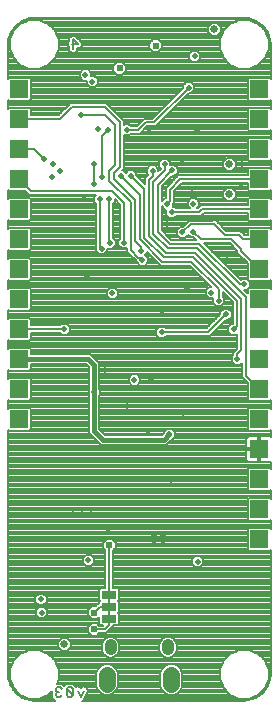
<source format=gbl>
G75*
%MOIN*%
%OFA0B0*%
%FSLAX25Y25*%
%IPPOS*%
%LPD*%
%AMOC8*
5,1,8,0,0,1.08239X$1,22.5*
%
%ADD10C,0.00800*%
%ADD11C,0.02500*%
%ADD12C,0.05512*%
%ADD13C,0.03937*%
%ADD14R,0.06000X0.06000*%
%ADD15R,0.05000X0.02500*%
%ADD16R,0.01000X0.01600*%
%ADD17C,0.02000*%
%ADD18C,0.02378*%
%ADD19C,0.00700*%
%ADD20C,0.01600*%
D10*
X0156838Y0082159D02*
X0159457Y0081308D01*
X0160833Y0081200D01*
X0167827Y0081200D01*
X0167166Y0081862D01*
X0166632Y0082395D01*
X0166632Y0083473D01*
X0166632Y0084006D01*
X0166632Y0084006D01*
X0166632Y0084343D01*
X0165422Y0083133D01*
X0165422Y0083133D01*
X0162445Y0081900D01*
X0159222Y0081900D01*
X0156245Y0083133D01*
X0156245Y0083133D01*
X0153966Y0085412D01*
X0153966Y0085412D01*
X0152733Y0088389D01*
X0152733Y0091611D01*
X0153966Y0094588D01*
X0153966Y0094588D01*
X0156245Y0096867D01*
X0156245Y0096867D01*
X0159222Y0098100D01*
X0162445Y0098100D01*
X0165422Y0096867D01*
X0165422Y0096867D01*
X0167700Y0094588D01*
X0168933Y0091611D01*
X0168933Y0091611D01*
X0168933Y0088389D01*
X0168318Y0086903D01*
X0170072Y0086903D01*
X0170833Y0086141D01*
X0170841Y0086133D01*
X0171077Y0086369D01*
X0171077Y0086369D01*
X0171610Y0086903D01*
X0173755Y0086903D01*
X0174516Y0086141D01*
X0174879Y0085779D01*
X0175198Y0085939D01*
X0176220Y0085598D01*
X0176366Y0085307D01*
X0176511Y0085598D01*
X0177533Y0085939D01*
X0178496Y0085457D01*
X0178837Y0084435D01*
X0177570Y0081901D01*
X0177429Y0081478D01*
X0177335Y0081431D01*
X0177288Y0081337D01*
X0176877Y0081200D01*
X0230833Y0081200D01*
X0232210Y0081308D01*
X0234828Y0082159D01*
X0237056Y0083777D01*
X0238674Y0086005D01*
X0239525Y0088623D01*
X0239633Y0090000D01*
X0239633Y0131527D01*
X0239206Y0131100D01*
X0232461Y0131100D01*
X0231933Y0131627D01*
X0231933Y0138373D01*
X0232461Y0138900D01*
X0239206Y0138900D01*
X0239633Y0138473D01*
X0239633Y0141527D01*
X0239206Y0141100D01*
X0232461Y0141100D01*
X0231933Y0141627D01*
X0231933Y0148373D01*
X0232461Y0148900D01*
X0239206Y0148900D01*
X0239633Y0148473D01*
X0239633Y0151527D01*
X0239206Y0151100D01*
X0232461Y0151100D01*
X0231933Y0151627D01*
X0231933Y0158373D01*
X0232461Y0158900D01*
X0239206Y0158900D01*
X0239633Y0158473D01*
X0239633Y0160845D01*
X0239374Y0160695D01*
X0239018Y0160600D01*
X0236233Y0160600D01*
X0236233Y0164600D01*
X0235433Y0164600D01*
X0231433Y0164600D01*
X0231433Y0161816D01*
X0231529Y0161460D01*
X0231713Y0161140D01*
X0231974Y0160880D01*
X0232293Y0160695D01*
X0232649Y0160600D01*
X0235433Y0160600D01*
X0235433Y0164600D01*
X0235433Y0165400D01*
X0231433Y0165400D01*
X0231433Y0168184D01*
X0231529Y0168540D01*
X0231713Y0168860D01*
X0231974Y0169120D01*
X0232293Y0169305D01*
X0232649Y0169400D01*
X0235433Y0169400D01*
X0235433Y0165400D01*
X0236233Y0165400D01*
X0236233Y0169400D01*
X0239018Y0169400D01*
X0239374Y0169305D01*
X0239633Y0169155D01*
X0239633Y0171527D01*
X0239206Y0171100D01*
X0232461Y0171100D01*
X0231933Y0171627D01*
X0231933Y0178373D01*
X0232461Y0178900D01*
X0239206Y0178900D01*
X0239633Y0178473D01*
X0239633Y0181527D01*
X0239206Y0181100D01*
X0232461Y0181100D01*
X0231933Y0181627D01*
X0231933Y0187062D01*
X0230033Y0188962D01*
X0230033Y0193813D01*
X0229320Y0193100D01*
X0227746Y0193100D01*
X0226633Y0194213D01*
X0226633Y0195787D01*
X0227233Y0196387D01*
X0227233Y0197238D01*
X0227995Y0198000D01*
X0227995Y0198000D01*
X0228533Y0198538D01*
X0228533Y0203513D01*
X0228120Y0203100D01*
X0226546Y0203100D01*
X0225433Y0204213D01*
X0225433Y0205787D01*
X0226546Y0206900D01*
X0227033Y0206900D01*
X0227033Y0213966D01*
X0223633Y0217366D01*
X0223633Y0215887D01*
X0224233Y0215287D01*
X0224233Y0213713D01*
X0223120Y0212600D01*
X0221546Y0212600D01*
X0220433Y0213713D01*
X0220433Y0215287D01*
X0220496Y0215350D01*
X0219071Y0215350D01*
X0217958Y0216463D01*
X0217958Y0218037D01*
X0219071Y0219150D01*
X0219728Y0219150D01*
X0212678Y0226200D01*
X0202957Y0226200D01*
X0202195Y0226962D01*
X0198438Y0230719D01*
X0198438Y0230418D01*
X0197823Y0229802D01*
X0198733Y0228892D01*
X0198733Y0227318D01*
X0197620Y0226205D01*
X0196046Y0226205D01*
X0194933Y0227318D01*
X0194933Y0227718D01*
X0192495Y0230157D01*
X0192495Y0230157D01*
X0191733Y0230918D01*
X0191733Y0232155D01*
X0191520Y0231942D01*
X0189946Y0231942D01*
X0188833Y0233055D01*
X0188833Y0234629D01*
X0189433Y0235229D01*
X0189433Y0246561D01*
X0187696Y0248298D01*
X0187696Y0247497D01*
X0187096Y0246897D01*
X0187096Y0235414D01*
X0187981Y0234529D01*
X0187981Y0232955D01*
X0186868Y0231842D01*
X0185294Y0231842D01*
X0185233Y0231902D01*
X0185233Y0231086D01*
X0184120Y0229973D01*
X0182546Y0229973D01*
X0181433Y0231086D01*
X0181433Y0231935D01*
X0181396Y0231972D01*
X0181396Y0246897D01*
X0180796Y0247497D01*
X0180796Y0249071D01*
X0181509Y0249784D01*
X0159211Y0249784D01*
X0157895Y0251100D01*
X0152461Y0251100D01*
X0152033Y0251527D01*
X0152033Y0248473D01*
X0152461Y0248900D01*
X0159206Y0248900D01*
X0159733Y0248373D01*
X0159733Y0241627D01*
X0159206Y0241100D01*
X0152461Y0241100D01*
X0152033Y0241527D01*
X0152033Y0238473D01*
X0152461Y0238900D01*
X0159206Y0238900D01*
X0159733Y0238373D01*
X0159733Y0231627D01*
X0159206Y0231100D01*
X0152461Y0231100D01*
X0152033Y0231527D01*
X0152033Y0228473D01*
X0152461Y0228900D01*
X0159206Y0228900D01*
X0159733Y0228373D01*
X0159733Y0221627D01*
X0159206Y0221100D01*
X0152461Y0221100D01*
X0152033Y0221527D01*
X0152033Y0218473D01*
X0152461Y0218900D01*
X0159206Y0218900D01*
X0159733Y0218373D01*
X0159733Y0211627D01*
X0159206Y0211100D01*
X0152461Y0211100D01*
X0152033Y0211527D01*
X0152033Y0208473D01*
X0152461Y0208900D01*
X0159206Y0208900D01*
X0159733Y0208373D01*
X0159733Y0206300D01*
X0169446Y0206300D01*
X0170046Y0206900D01*
X0171620Y0206900D01*
X0172733Y0205787D01*
X0172733Y0204213D01*
X0171620Y0203100D01*
X0170046Y0203100D01*
X0169446Y0203700D01*
X0159733Y0203700D01*
X0159733Y0201627D01*
X0159206Y0201100D01*
X0152461Y0201100D01*
X0152033Y0201527D01*
X0152033Y0198473D01*
X0152461Y0198900D01*
X0159206Y0198900D01*
X0159733Y0198373D01*
X0159733Y0196700D01*
X0179537Y0196700D01*
X0181537Y0194700D01*
X0182533Y0193704D01*
X0182533Y0184987D01*
X0182733Y0184787D01*
X0182733Y0183213D01*
X0182533Y0183013D01*
X0182533Y0171704D01*
X0184337Y0169900D01*
X0203329Y0169900D01*
X0203933Y0170504D01*
X0203933Y0170787D01*
X0205046Y0171900D01*
X0206620Y0171900D01*
X0207733Y0170787D01*
X0207733Y0169213D01*
X0206620Y0168100D01*
X0206337Y0168100D01*
X0205733Y0167496D01*
X0205733Y0167496D01*
X0204737Y0166500D01*
X0182929Y0166500D01*
X0179133Y0170296D01*
X0179133Y0183013D01*
X0178933Y0183213D01*
X0178933Y0184787D01*
X0179133Y0184987D01*
X0179133Y0192296D01*
X0178129Y0193300D01*
X0159733Y0193300D01*
X0159733Y0191627D01*
X0159206Y0191100D01*
X0152461Y0191100D01*
X0152033Y0191527D01*
X0152033Y0188473D01*
X0152461Y0188900D01*
X0159206Y0188900D01*
X0159733Y0188373D01*
X0159733Y0181627D01*
X0159206Y0181100D01*
X0152461Y0181100D01*
X0152033Y0181527D01*
X0152033Y0178473D01*
X0152461Y0178900D01*
X0159206Y0178900D01*
X0159733Y0178373D01*
X0159733Y0171627D01*
X0159206Y0171100D01*
X0152461Y0171100D01*
X0152033Y0171527D01*
X0152033Y0090000D01*
X0152142Y0088623D01*
X0152992Y0086005D01*
X0154611Y0083777D01*
X0156838Y0082159D01*
X0156513Y0082396D02*
X0158026Y0082396D01*
X0158568Y0081597D02*
X0167430Y0081597D01*
X0166632Y0082396D02*
X0163641Y0082396D01*
X0165482Y0083194D02*
X0166632Y0083194D01*
X0166632Y0083993D02*
X0166281Y0083993D01*
X0167932Y0083468D02*
X0167932Y0082934D01*
X0168466Y0082400D01*
X0169533Y0082400D01*
X0170067Y0082934D01*
X0168999Y0084001D02*
X0168466Y0084001D01*
X0167932Y0083468D01*
X0168466Y0084001D02*
X0167932Y0084535D01*
X0167932Y0085069D01*
X0168466Y0085603D01*
X0169533Y0085603D01*
X0170067Y0085069D01*
X0170586Y0086388D02*
X0171096Y0086388D01*
X0172149Y0085603D02*
X0171615Y0085069D01*
X0173750Y0082934D01*
X0173216Y0082400D01*
X0172149Y0082400D01*
X0171615Y0082934D01*
X0171615Y0085069D01*
X0172149Y0085603D02*
X0173216Y0085603D01*
X0173750Y0085069D01*
X0173750Y0082934D01*
X0175298Y0084535D02*
X0176366Y0082400D01*
X0177433Y0084535D01*
X0178615Y0083993D02*
X0182825Y0083993D01*
X0183009Y0083808D02*
X0184352Y0083252D01*
X0185807Y0083252D01*
X0187151Y0083808D01*
X0188179Y0084837D01*
X0188736Y0086181D01*
X0188736Y0090391D01*
X0188179Y0091735D01*
X0187151Y0092763D01*
X0185807Y0093320D01*
X0184352Y0093320D01*
X0183009Y0092763D01*
X0181980Y0091735D01*
X0181424Y0090391D01*
X0181424Y0086181D01*
X0181980Y0084837D01*
X0183009Y0083808D01*
X0182026Y0084791D02*
X0178718Y0084791D01*
X0178231Y0085590D02*
X0181669Y0085590D01*
X0181424Y0086388D02*
X0174270Y0086388D01*
X0176224Y0085590D02*
X0176507Y0085590D01*
X0178216Y0083194D02*
X0226184Y0083194D01*
X0226245Y0083133D02*
X0226245Y0083133D01*
X0229222Y0081900D01*
X0231165Y0081900D01*
X0232445Y0081900D01*
X0235422Y0083133D01*
X0237700Y0085412D01*
X0238933Y0088389D01*
X0238933Y0091611D01*
X0237700Y0094588D01*
X0237700Y0094588D01*
X0235422Y0096867D01*
X0235422Y0096867D01*
X0232445Y0098100D01*
X0229222Y0098100D01*
X0226245Y0096867D01*
X0223966Y0094588D01*
X0222733Y0091611D01*
X0222733Y0088389D01*
X0223966Y0085412D01*
X0223966Y0085412D01*
X0226245Y0083133D01*
X0225386Y0083993D02*
X0208831Y0083993D01*
X0208647Y0083808D02*
X0209675Y0084837D01*
X0210232Y0086181D01*
X0210232Y0090391D01*
X0209675Y0091735D01*
X0208647Y0092763D01*
X0207303Y0093320D01*
X0205849Y0093320D01*
X0204505Y0092763D01*
X0203476Y0091735D01*
X0202920Y0090391D01*
X0202920Y0086181D01*
X0203476Y0084837D01*
X0204505Y0083808D01*
X0205849Y0083252D01*
X0207303Y0083252D01*
X0208647Y0083808D01*
X0209629Y0084791D02*
X0224587Y0084791D01*
X0223893Y0085590D02*
X0209987Y0085590D01*
X0210232Y0086388D02*
X0223562Y0086388D01*
X0223231Y0087187D02*
X0210232Y0087187D01*
X0210232Y0087985D02*
X0222901Y0087985D01*
X0222733Y0088784D02*
X0210232Y0088784D01*
X0210232Y0089582D02*
X0222733Y0089582D01*
X0222733Y0090381D02*
X0210232Y0090381D01*
X0209905Y0091179D02*
X0222733Y0091179D01*
X0222885Y0091978D02*
X0209432Y0091978D01*
X0208615Y0092776D02*
X0223216Y0092776D01*
X0223547Y0093575D02*
X0168120Y0093575D01*
X0167789Y0094373D02*
X0223877Y0094373D01*
X0223966Y0094588D02*
X0223966Y0094588D01*
X0224550Y0095172D02*
X0167117Y0095172D01*
X0166318Y0095970D02*
X0184702Y0095970D01*
X0184642Y0095995D02*
X0185696Y0095559D01*
X0186837Y0095559D01*
X0187891Y0095995D01*
X0188698Y0096802D01*
X0189135Y0097857D01*
X0189135Y0100179D01*
X0188698Y0101233D01*
X0187891Y0102040D01*
X0186837Y0102477D01*
X0185696Y0102477D01*
X0184642Y0102040D01*
X0183835Y0101233D01*
X0183398Y0100179D01*
X0183398Y0097857D01*
X0183835Y0096802D01*
X0184642Y0095995D01*
X0183868Y0096769D02*
X0165520Y0096769D01*
X0163731Y0097567D02*
X0183518Y0097567D01*
X0183398Y0098366D02*
X0172240Y0098366D01*
X0171724Y0097850D02*
X0172983Y0099109D01*
X0172983Y0100891D01*
X0171724Y0102150D01*
X0169943Y0102150D01*
X0168683Y0100891D01*
X0168683Y0099109D01*
X0169943Y0097850D01*
X0171724Y0097850D01*
X0172983Y0099164D02*
X0183398Y0099164D01*
X0183398Y0099963D02*
X0172983Y0099963D01*
X0172983Y0100761D02*
X0183639Y0100761D01*
X0184161Y0101560D02*
X0172314Y0101560D01*
X0169353Y0101560D02*
X0152033Y0101560D01*
X0152033Y0102358D02*
X0185410Y0102358D01*
X0184851Y0103750D02*
X0187083Y0105982D01*
X0187083Y0106350D01*
X0188706Y0106350D01*
X0189233Y0106877D01*
X0189233Y0110123D01*
X0188856Y0110500D01*
X0189233Y0110877D01*
X0189233Y0114123D01*
X0188856Y0114500D01*
X0189233Y0114877D01*
X0189233Y0118123D01*
X0188706Y0118650D01*
X0187083Y0118650D01*
X0187083Y0131296D01*
X0187922Y0132135D01*
X0187922Y0133865D01*
X0186699Y0135089D01*
X0184968Y0135089D01*
X0183744Y0133865D01*
X0183744Y0132135D01*
X0184583Y0131296D01*
X0184583Y0118650D01*
X0182961Y0118650D01*
X0182433Y0118123D01*
X0182433Y0114877D01*
X0182811Y0114500D01*
X0182433Y0114123D01*
X0182433Y0113750D01*
X0182316Y0113750D01*
X0181155Y0112589D01*
X0179968Y0112589D01*
X0178744Y0111365D01*
X0178744Y0109635D01*
X0179968Y0108411D01*
X0181699Y0108411D01*
X0182433Y0109146D01*
X0182433Y0106877D01*
X0182961Y0106350D01*
X0183916Y0106350D01*
X0183816Y0106250D01*
X0182538Y0106250D01*
X0181699Y0107089D01*
X0179968Y0107089D01*
X0178744Y0105865D01*
X0178744Y0104135D01*
X0179968Y0102911D01*
X0181699Y0102911D01*
X0182538Y0103750D01*
X0184851Y0103750D01*
X0185056Y0103955D02*
X0239633Y0103955D01*
X0239633Y0103157D02*
X0181944Y0103157D01*
X0179722Y0103157D02*
X0152033Y0103157D01*
X0152033Y0103955D02*
X0178924Y0103955D01*
X0178744Y0104754D02*
X0152033Y0104754D01*
X0152033Y0105552D02*
X0178744Y0105552D01*
X0179230Y0106351D02*
X0152033Y0106351D01*
X0152033Y0107149D02*
X0182433Y0107149D01*
X0182437Y0106351D02*
X0182960Y0106351D01*
X0182433Y0107948D02*
X0152033Y0107948D01*
X0152033Y0108746D02*
X0162400Y0108746D01*
X0162546Y0108600D02*
X0164120Y0108600D01*
X0165233Y0109713D01*
X0165233Y0111287D01*
X0164120Y0112400D01*
X0162546Y0112400D01*
X0161433Y0111287D01*
X0161433Y0109713D01*
X0162546Y0108600D01*
X0161601Y0109545D02*
X0152033Y0109545D01*
X0152033Y0110343D02*
X0161433Y0110343D01*
X0161433Y0111142D02*
X0152033Y0111142D01*
X0152033Y0111940D02*
X0162087Y0111940D01*
X0162346Y0113100D02*
X0163920Y0113100D01*
X0165033Y0114213D01*
X0165033Y0115787D01*
X0163920Y0116900D01*
X0162346Y0116900D01*
X0161233Y0115787D01*
X0161233Y0114213D01*
X0162346Y0113100D01*
X0161909Y0113537D02*
X0152033Y0113537D01*
X0152033Y0112739D02*
X0181305Y0112739D01*
X0182103Y0113537D02*
X0164358Y0113537D01*
X0165033Y0114336D02*
X0182647Y0114336D01*
X0182433Y0115134D02*
X0165033Y0115134D01*
X0164887Y0115933D02*
X0182433Y0115933D01*
X0182433Y0116732D02*
X0164089Y0116732D01*
X0162178Y0116732D02*
X0152033Y0116732D01*
X0152033Y0117530D02*
X0182433Y0117530D01*
X0182639Y0118329D02*
X0152033Y0118329D01*
X0152033Y0119127D02*
X0184583Y0119127D01*
X0184583Y0119926D02*
X0152033Y0119926D01*
X0152033Y0120724D02*
X0184583Y0120724D01*
X0184583Y0121523D02*
X0152033Y0121523D01*
X0152033Y0122321D02*
X0184583Y0122321D01*
X0184583Y0123120D02*
X0152033Y0123120D01*
X0152033Y0123918D02*
X0184583Y0123918D01*
X0184583Y0124717D02*
X0152033Y0124717D01*
X0152033Y0125515D02*
X0184583Y0125515D01*
X0184583Y0126314D02*
X0179834Y0126314D01*
X0179620Y0126100D02*
X0180733Y0127213D01*
X0180733Y0128787D01*
X0179620Y0129900D01*
X0178046Y0129900D01*
X0176933Y0128787D01*
X0176933Y0127213D01*
X0178046Y0126100D01*
X0179620Y0126100D01*
X0180632Y0127112D02*
X0184583Y0127112D01*
X0184583Y0127911D02*
X0180733Y0127911D01*
X0180733Y0128709D02*
X0184583Y0128709D01*
X0184583Y0129508D02*
X0180013Y0129508D01*
X0177654Y0129508D02*
X0152033Y0129508D01*
X0152033Y0130306D02*
X0184583Y0130306D01*
X0184583Y0131105D02*
X0152033Y0131105D01*
X0152033Y0131903D02*
X0183976Y0131903D01*
X0183744Y0132702D02*
X0152033Y0132702D01*
X0152033Y0133500D02*
X0183744Y0133500D01*
X0184178Y0134299D02*
X0152033Y0134299D01*
X0152033Y0135097D02*
X0231933Y0135097D01*
X0231933Y0134299D02*
X0187489Y0134299D01*
X0187922Y0133500D02*
X0231933Y0133500D01*
X0231933Y0132702D02*
X0187922Y0132702D01*
X0187691Y0131903D02*
X0231933Y0131903D01*
X0232456Y0131105D02*
X0187083Y0131105D01*
X0187083Y0130306D02*
X0239633Y0130306D01*
X0239633Y0129508D02*
X0187083Y0129508D01*
X0187083Y0128709D02*
X0213856Y0128709D01*
X0213433Y0128287D02*
X0213433Y0126713D01*
X0214546Y0125600D01*
X0216120Y0125600D01*
X0217233Y0126713D01*
X0217233Y0128287D01*
X0216120Y0129400D01*
X0214546Y0129400D01*
X0213433Y0128287D01*
X0213433Y0127911D02*
X0187083Y0127911D01*
X0187083Y0127112D02*
X0213433Y0127112D01*
X0213833Y0126314D02*
X0187083Y0126314D01*
X0187083Y0125515D02*
X0239633Y0125515D01*
X0239633Y0124717D02*
X0187083Y0124717D01*
X0187083Y0123918D02*
X0239633Y0123918D01*
X0239633Y0123120D02*
X0187083Y0123120D01*
X0187083Y0122321D02*
X0239633Y0122321D01*
X0239633Y0121523D02*
X0187083Y0121523D01*
X0187083Y0120724D02*
X0239633Y0120724D01*
X0239633Y0119926D02*
X0187083Y0119926D01*
X0187083Y0119127D02*
X0239633Y0119127D01*
X0239633Y0118329D02*
X0189028Y0118329D01*
X0189233Y0117530D02*
X0239633Y0117530D01*
X0239633Y0116732D02*
X0189233Y0116732D01*
X0189233Y0115933D02*
X0239633Y0115933D01*
X0239633Y0115134D02*
X0189233Y0115134D01*
X0189020Y0114336D02*
X0239633Y0114336D01*
X0239633Y0113537D02*
X0189233Y0113537D01*
X0189233Y0112739D02*
X0239633Y0112739D01*
X0239633Y0111940D02*
X0189233Y0111940D01*
X0189233Y0111142D02*
X0239633Y0111142D01*
X0239633Y0110343D02*
X0189013Y0110343D01*
X0189233Y0109545D02*
X0239633Y0109545D01*
X0239633Y0108746D02*
X0189233Y0108746D01*
X0189233Y0107948D02*
X0239633Y0107948D01*
X0239633Y0107149D02*
X0189233Y0107149D01*
X0188707Y0106351D02*
X0239633Y0106351D01*
X0239633Y0105552D02*
X0186653Y0105552D01*
X0185855Y0104754D02*
X0239633Y0104754D01*
X0239633Y0102358D02*
X0206257Y0102358D01*
X0205971Y0102477D02*
X0207025Y0102040D01*
X0207832Y0101233D01*
X0208269Y0100179D01*
X0208269Y0097857D01*
X0207832Y0096802D01*
X0207025Y0095995D01*
X0205971Y0095559D01*
X0204830Y0095559D01*
X0203775Y0095995D01*
X0202968Y0096802D01*
X0202532Y0097857D01*
X0202532Y0100179D01*
X0202968Y0101233D01*
X0203775Y0102040D01*
X0204830Y0102477D01*
X0205971Y0102477D01*
X0204544Y0102358D02*
X0187123Y0102358D01*
X0188372Y0101560D02*
X0203295Y0101560D01*
X0202773Y0100761D02*
X0188894Y0100761D01*
X0189135Y0099963D02*
X0202532Y0099963D01*
X0202532Y0099164D02*
X0189135Y0099164D01*
X0189135Y0098366D02*
X0202532Y0098366D01*
X0202652Y0097567D02*
X0189015Y0097567D01*
X0188665Y0096769D02*
X0203002Y0096769D01*
X0203836Y0095970D02*
X0187831Y0095970D01*
X0187119Y0092776D02*
X0204537Y0092776D01*
X0203720Y0091978D02*
X0187936Y0091978D01*
X0188409Y0091179D02*
X0203246Y0091179D01*
X0202920Y0090381D02*
X0188736Y0090381D01*
X0188736Y0089582D02*
X0202920Y0089582D01*
X0202920Y0088784D02*
X0188736Y0088784D01*
X0188736Y0087985D02*
X0202920Y0087985D01*
X0202920Y0087187D02*
X0188736Y0087187D01*
X0188736Y0086388D02*
X0202920Y0086388D01*
X0203165Y0085590D02*
X0188491Y0085590D01*
X0188133Y0084791D02*
X0203522Y0084791D01*
X0204321Y0083993D02*
X0187335Y0083993D01*
X0181424Y0087187D02*
X0168435Y0087187D01*
X0168766Y0087985D02*
X0181424Y0087985D01*
X0181424Y0088784D02*
X0168933Y0088784D01*
X0168933Y0089582D02*
X0181424Y0089582D01*
X0181424Y0090381D02*
X0168933Y0090381D01*
X0168933Y0091179D02*
X0181750Y0091179D01*
X0182223Y0091978D02*
X0168782Y0091978D01*
X0168451Y0092776D02*
X0183041Y0092776D01*
X0169427Y0098366D02*
X0152033Y0098366D01*
X0152033Y0099164D02*
X0168683Y0099164D01*
X0168683Y0099963D02*
X0152033Y0099963D01*
X0152033Y0100761D02*
X0168683Y0100761D01*
X0157936Y0097567D02*
X0152033Y0097567D01*
X0152033Y0096769D02*
X0156147Y0096769D01*
X0155348Y0095970D02*
X0152033Y0095970D01*
X0152033Y0095172D02*
X0154550Y0095172D01*
X0153877Y0094373D02*
X0152033Y0094373D01*
X0152033Y0093575D02*
X0153547Y0093575D01*
X0153216Y0092776D02*
X0152033Y0092776D01*
X0152033Y0091978D02*
X0152885Y0091978D01*
X0152733Y0091179D02*
X0152033Y0091179D01*
X0152033Y0090381D02*
X0152733Y0090381D01*
X0152733Y0089582D02*
X0152066Y0089582D01*
X0152129Y0088784D02*
X0152733Y0088784D01*
X0152901Y0087985D02*
X0152349Y0087985D01*
X0152609Y0087187D02*
X0153231Y0087187D01*
X0153562Y0086388D02*
X0152868Y0086388D01*
X0153294Y0085590D02*
X0153893Y0085590D01*
X0153874Y0084791D02*
X0154587Y0084791D01*
X0154455Y0083993D02*
X0155386Y0083993D01*
X0155414Y0083194D02*
X0156184Y0083194D01*
X0177468Y0081597D02*
X0233098Y0081597D01*
X0232445Y0081900D02*
X0232445Y0081900D01*
X0233641Y0082396D02*
X0235154Y0082396D01*
X0235422Y0083133D02*
X0235422Y0083133D01*
X0235483Y0083194D02*
X0236253Y0083194D01*
X0236281Y0083993D02*
X0237212Y0083993D01*
X0237080Y0084791D02*
X0237792Y0084791D01*
X0237700Y0085412D02*
X0237700Y0085412D01*
X0237774Y0085590D02*
X0238372Y0085590D01*
X0238105Y0086388D02*
X0238799Y0086388D01*
X0239058Y0087187D02*
X0238435Y0087187D01*
X0238766Y0087985D02*
X0239318Y0087985D01*
X0239538Y0088784D02*
X0238933Y0088784D01*
X0238933Y0089582D02*
X0239600Y0089582D01*
X0239633Y0090381D02*
X0238933Y0090381D01*
X0238933Y0091179D02*
X0239633Y0091179D01*
X0239633Y0091978D02*
X0238782Y0091978D01*
X0238451Y0092776D02*
X0239633Y0092776D01*
X0239633Y0093575D02*
X0238120Y0093575D01*
X0237789Y0094373D02*
X0239633Y0094373D01*
X0239633Y0095172D02*
X0237117Y0095172D01*
X0236318Y0095970D02*
X0239633Y0095970D01*
X0239633Y0096769D02*
X0235520Y0096769D01*
X0233731Y0097567D02*
X0239633Y0097567D01*
X0239633Y0098366D02*
X0208269Y0098366D01*
X0208269Y0099164D02*
X0239633Y0099164D01*
X0239633Y0099963D02*
X0208269Y0099963D01*
X0208027Y0100761D02*
X0239633Y0100761D01*
X0239633Y0101560D02*
X0207505Y0101560D01*
X0208149Y0097567D02*
X0227936Y0097567D01*
X0226245Y0096867D02*
X0226245Y0096867D01*
X0226147Y0096769D02*
X0207798Y0096769D01*
X0206964Y0095970D02*
X0225348Y0095970D01*
X0228026Y0082396D02*
X0177817Y0082396D01*
X0179633Y0108746D02*
X0164267Y0108746D01*
X0165065Y0109545D02*
X0178834Y0109545D01*
X0178744Y0110343D02*
X0165233Y0110343D01*
X0165233Y0111142D02*
X0178744Y0111142D01*
X0179320Y0111940D02*
X0164580Y0111940D01*
X0161233Y0114336D02*
X0152033Y0114336D01*
X0152033Y0115134D02*
X0161233Y0115134D01*
X0161379Y0115933D02*
X0152033Y0115933D01*
X0152033Y0126314D02*
X0177833Y0126314D01*
X0177034Y0127112D02*
X0152033Y0127112D01*
X0152033Y0127911D02*
X0176933Y0127911D01*
X0176933Y0128709D02*
X0152033Y0128709D01*
X0152033Y0135896D02*
X0231933Y0135896D01*
X0231933Y0136694D02*
X0152033Y0136694D01*
X0152033Y0137493D02*
X0231933Y0137493D01*
X0231933Y0138291D02*
X0152033Y0138291D01*
X0152033Y0139090D02*
X0239633Y0139090D01*
X0239633Y0139888D02*
X0152033Y0139888D01*
X0152033Y0140687D02*
X0239633Y0140687D01*
X0239633Y0141485D02*
X0239591Y0141485D01*
X0232075Y0141485D02*
X0152033Y0141485D01*
X0152033Y0142284D02*
X0231933Y0142284D01*
X0231933Y0143082D02*
X0152033Y0143082D01*
X0152033Y0143881D02*
X0231933Y0143881D01*
X0231933Y0144679D02*
X0152033Y0144679D01*
X0152033Y0145478D02*
X0231933Y0145478D01*
X0231933Y0146276D02*
X0152033Y0146276D01*
X0152033Y0147075D02*
X0231933Y0147075D01*
X0231933Y0147873D02*
X0152033Y0147873D01*
X0152033Y0148672D02*
X0232233Y0148672D01*
X0231933Y0151866D02*
X0152033Y0151866D01*
X0152033Y0151068D02*
X0239633Y0151068D01*
X0239633Y0150269D02*
X0152033Y0150269D01*
X0152033Y0149470D02*
X0239633Y0149470D01*
X0239633Y0148672D02*
X0239434Y0148672D01*
X0231933Y0152665D02*
X0152033Y0152665D01*
X0152033Y0153463D02*
X0231933Y0153463D01*
X0231933Y0154262D02*
X0152033Y0154262D01*
X0152033Y0155060D02*
X0231933Y0155060D01*
X0231933Y0155859D02*
X0152033Y0155859D01*
X0152033Y0156657D02*
X0231933Y0156657D01*
X0231933Y0157456D02*
X0152033Y0157456D01*
X0152033Y0158254D02*
X0231933Y0158254D01*
X0232464Y0160650D02*
X0152033Y0160650D01*
X0152033Y0161448D02*
X0231535Y0161448D01*
X0231433Y0162247D02*
X0152033Y0162247D01*
X0152033Y0163045D02*
X0231433Y0163045D01*
X0231433Y0163844D02*
X0152033Y0163844D01*
X0152033Y0164642D02*
X0235433Y0164642D01*
X0235433Y0163844D02*
X0236233Y0163844D01*
X0236233Y0163045D02*
X0235433Y0163045D01*
X0235433Y0162247D02*
X0236233Y0162247D01*
X0236233Y0161448D02*
X0235433Y0161448D01*
X0235433Y0160650D02*
X0236233Y0160650D01*
X0239203Y0160650D02*
X0239633Y0160650D01*
X0239633Y0159851D02*
X0152033Y0159851D01*
X0152033Y0159053D02*
X0239633Y0159053D01*
X0236233Y0165441D02*
X0235433Y0165441D01*
X0235433Y0166239D02*
X0236233Y0166239D01*
X0236233Y0167038D02*
X0235433Y0167038D01*
X0235433Y0167836D02*
X0236233Y0167836D01*
X0236233Y0168635D02*
X0235433Y0168635D01*
X0231583Y0168635D02*
X0207155Y0168635D01*
X0207733Y0169433D02*
X0239633Y0169433D01*
X0239633Y0170232D02*
X0207733Y0170232D01*
X0207490Y0171030D02*
X0239633Y0171030D01*
X0231933Y0171829D02*
X0206692Y0171829D01*
X0204975Y0171829D02*
X0182533Y0171829D01*
X0182533Y0172627D02*
X0231933Y0172627D01*
X0231933Y0173426D02*
X0182533Y0173426D01*
X0182533Y0174224D02*
X0231933Y0174224D01*
X0231933Y0175023D02*
X0182533Y0175023D01*
X0182533Y0175821D02*
X0231933Y0175821D01*
X0231933Y0176620D02*
X0182533Y0176620D01*
X0182533Y0177418D02*
X0231933Y0177418D01*
X0231933Y0178217D02*
X0182533Y0178217D01*
X0182533Y0179015D02*
X0239633Y0179015D01*
X0239633Y0179814D02*
X0182533Y0179814D01*
X0182533Y0180612D02*
X0239633Y0180612D01*
X0239633Y0181411D02*
X0239517Y0181411D01*
X0235833Y0185000D02*
X0231333Y0189500D01*
X0231333Y0215747D01*
X0215081Y0232000D01*
X0205359Y0232000D01*
X0200533Y0236826D01*
X0200533Y0254205D01*
X0204333Y0258005D01*
X0204333Y0260000D01*
X0203033Y0258613D02*
X0203033Y0258544D01*
X0202233Y0257744D01*
X0202233Y0258487D01*
X0201120Y0259600D01*
X0199546Y0259600D01*
X0198433Y0258487D01*
X0198433Y0256913D01*
X0198857Y0256489D01*
X0198495Y0256127D01*
X0197733Y0255365D01*
X0197733Y0253438D01*
X0194822Y0256349D01*
X0194822Y0256945D01*
X0193709Y0258058D01*
X0192135Y0258058D01*
X0191296Y0257219D01*
X0190457Y0258058D01*
X0190155Y0258058D01*
X0190633Y0258536D01*
X0190633Y0269819D01*
X0190846Y0269606D01*
X0192420Y0269606D01*
X0193020Y0270206D01*
X0196125Y0270206D01*
X0198545Y0272626D01*
X0201298Y0272626D01*
X0202060Y0273388D01*
X0212272Y0283600D01*
X0213120Y0283600D01*
X0214233Y0284713D01*
X0214233Y0286287D01*
X0213120Y0287400D01*
X0211546Y0287400D01*
X0210433Y0286287D01*
X0210433Y0285438D01*
X0200221Y0275226D01*
X0197468Y0275226D01*
X0195048Y0272806D01*
X0193020Y0272806D01*
X0192420Y0273406D01*
X0190846Y0273406D01*
X0190633Y0273193D01*
X0190633Y0274538D01*
X0185633Y0279538D01*
X0184872Y0280300D01*
X0172795Y0280300D01*
X0172033Y0279538D01*
X0168795Y0276300D01*
X0159733Y0276300D01*
X0159733Y0278373D01*
X0159206Y0278900D01*
X0152461Y0278900D01*
X0152033Y0278473D01*
X0152033Y0281527D01*
X0152461Y0281100D01*
X0159206Y0281100D01*
X0159733Y0281627D01*
X0159733Y0288373D01*
X0159206Y0288900D01*
X0152461Y0288900D01*
X0152033Y0288473D01*
X0152033Y0300000D01*
X0152142Y0301377D01*
X0152992Y0303995D01*
X0154611Y0306223D01*
X0156838Y0307841D01*
X0159457Y0308692D01*
X0160833Y0308800D01*
X0230833Y0308800D01*
X0232210Y0308692D01*
X0234828Y0307841D01*
X0237056Y0306223D01*
X0238674Y0303995D01*
X0239525Y0301377D01*
X0239633Y0300000D01*
X0239633Y0288473D01*
X0239206Y0288900D01*
X0232461Y0288900D01*
X0231933Y0288373D01*
X0231933Y0281627D01*
X0232461Y0281100D01*
X0239206Y0281100D01*
X0239633Y0281527D01*
X0239633Y0278473D01*
X0239206Y0278900D01*
X0232461Y0278900D01*
X0231933Y0278373D01*
X0231933Y0271627D01*
X0232461Y0271100D01*
X0239206Y0271100D01*
X0239633Y0271527D01*
X0239633Y0268473D01*
X0239206Y0268900D01*
X0232461Y0268900D01*
X0231933Y0268373D01*
X0231933Y0261627D01*
X0232461Y0261100D01*
X0239206Y0261100D01*
X0239633Y0261527D01*
X0239633Y0258473D01*
X0239206Y0258900D01*
X0232461Y0258900D01*
X0231933Y0258373D01*
X0231933Y0256300D01*
X0208890Y0256300D01*
X0204662Y0252072D01*
X0204662Y0248700D01*
X0204375Y0248700D01*
X0203333Y0247659D01*
X0203333Y0252712D01*
X0206672Y0256050D01*
X0207520Y0256050D01*
X0208633Y0257163D01*
X0208633Y0258737D01*
X0207520Y0259850D01*
X0206233Y0259850D01*
X0206233Y0260787D01*
X0205120Y0261900D01*
X0203546Y0261900D01*
X0202433Y0260787D01*
X0202433Y0259213D01*
X0203033Y0258613D01*
X0202780Y0258867D02*
X0201854Y0258867D01*
X0202233Y0258068D02*
X0202557Y0258068D01*
X0202433Y0259665D02*
X0190633Y0259665D01*
X0190633Y0258867D02*
X0198813Y0258867D01*
X0198433Y0258068D02*
X0190165Y0258068D01*
X0189333Y0259075D02*
X0187370Y0257111D01*
X0187370Y0255206D01*
X0194533Y0248042D01*
X0194533Y0234341D01*
X0196538Y0232336D01*
X0196538Y0231205D01*
X0198140Y0230120D02*
X0199037Y0230120D01*
X0198303Y0229322D02*
X0199835Y0229322D01*
X0200634Y0228523D02*
X0198733Y0228523D01*
X0198733Y0227725D02*
X0201432Y0227725D01*
X0202231Y0226926D02*
X0198342Y0226926D01*
X0196833Y0228105D02*
X0196033Y0228905D01*
X0195585Y0228905D01*
X0193033Y0231457D01*
X0193033Y0247421D01*
X0185870Y0254584D01*
X0185870Y0257732D01*
X0187833Y0259696D01*
X0187833Y0273000D01*
X0184333Y0276500D01*
X0176333Y0276500D01*
X0173333Y0279000D02*
X0184333Y0279000D01*
X0189333Y0274000D01*
X0189333Y0259075D01*
X0190633Y0260464D02*
X0202433Y0260464D01*
X0202908Y0261262D02*
X0190633Y0261262D01*
X0190633Y0262061D02*
X0224853Y0262061D01*
X0224943Y0262150D02*
X0223683Y0260891D01*
X0223683Y0259109D01*
X0224943Y0257850D01*
X0226724Y0257850D01*
X0227983Y0259109D01*
X0227983Y0260891D01*
X0226724Y0262150D01*
X0224943Y0262150D01*
X0224055Y0261262D02*
X0205758Y0261262D01*
X0206233Y0260464D02*
X0223683Y0260464D01*
X0223683Y0259665D02*
X0207705Y0259665D01*
X0208504Y0258867D02*
X0223926Y0258867D01*
X0224725Y0258068D02*
X0208633Y0258068D01*
X0208633Y0257270D02*
X0231933Y0257270D01*
X0231933Y0258068D02*
X0226942Y0258068D01*
X0227740Y0258867D02*
X0232427Y0258867D01*
X0232298Y0261262D02*
X0227612Y0261262D01*
X0227983Y0260464D02*
X0239633Y0260464D01*
X0239633Y0261262D02*
X0239368Y0261262D01*
X0239633Y0259665D02*
X0227983Y0259665D01*
X0226813Y0262061D02*
X0231933Y0262061D01*
X0231933Y0262859D02*
X0190633Y0262859D01*
X0190633Y0263658D02*
X0231933Y0263658D01*
X0231933Y0264456D02*
X0190633Y0264456D01*
X0190633Y0265255D02*
X0231933Y0265255D01*
X0231933Y0266053D02*
X0190633Y0266053D01*
X0190633Y0266852D02*
X0231933Y0266852D01*
X0231933Y0267650D02*
X0190633Y0267650D01*
X0190633Y0268449D02*
X0232009Y0268449D01*
X0231933Y0271643D02*
X0197562Y0271643D01*
X0198360Y0272441D02*
X0231933Y0272441D01*
X0231933Y0273240D02*
X0201912Y0273240D01*
X0202710Y0274038D02*
X0231933Y0274038D01*
X0231933Y0274837D02*
X0203509Y0274837D01*
X0204307Y0275635D02*
X0231933Y0275635D01*
X0231933Y0276434D02*
X0205106Y0276434D01*
X0205904Y0277232D02*
X0231933Y0277232D01*
X0231933Y0278031D02*
X0206703Y0278031D01*
X0207501Y0278829D02*
X0232390Y0278829D01*
X0232336Y0281225D02*
X0209897Y0281225D01*
X0210695Y0282023D02*
X0231933Y0282023D01*
X0231933Y0282822D02*
X0211494Y0282822D01*
X0213141Y0283620D02*
X0231933Y0283620D01*
X0231933Y0284419D02*
X0213939Y0284419D01*
X0214233Y0285217D02*
X0231933Y0285217D01*
X0231933Y0286016D02*
X0214233Y0286016D01*
X0213706Y0286814D02*
X0231933Y0286814D01*
X0231933Y0287613D02*
X0182133Y0287613D01*
X0182133Y0288287D02*
X0181020Y0289400D01*
X0179733Y0289400D01*
X0179733Y0290587D01*
X0178620Y0291700D01*
X0177046Y0291700D01*
X0175933Y0290587D01*
X0175933Y0289013D01*
X0177046Y0287900D01*
X0178333Y0287900D01*
X0178333Y0286713D01*
X0179446Y0285600D01*
X0181020Y0285600D01*
X0182133Y0286713D01*
X0182133Y0288287D01*
X0182009Y0288411D02*
X0231972Y0288411D01*
X0232445Y0291900D02*
X0235422Y0293133D01*
X0237700Y0295412D01*
X0238933Y0298389D01*
X0238933Y0301611D01*
X0237700Y0304588D01*
X0237700Y0304588D01*
X0235422Y0306867D01*
X0235422Y0306867D01*
X0232445Y0308100D01*
X0229222Y0308100D01*
X0226245Y0306867D01*
X0223966Y0304588D01*
X0222733Y0301611D01*
X0222733Y0298389D01*
X0223966Y0295412D01*
X0226245Y0293133D01*
X0229222Y0291900D01*
X0230502Y0291900D01*
X0232445Y0291900D01*
X0233661Y0292404D02*
X0239633Y0292404D01*
X0239633Y0291605D02*
X0191422Y0291605D01*
X0191422Y0291135D02*
X0190199Y0289911D01*
X0188468Y0289911D01*
X0187244Y0291135D01*
X0187244Y0292865D01*
X0188468Y0294089D01*
X0190199Y0294089D01*
X0191422Y0292865D01*
X0191422Y0291135D01*
X0191095Y0290807D02*
X0239633Y0290807D01*
X0239633Y0290008D02*
X0190296Y0290008D01*
X0188371Y0290008D02*
X0179733Y0290008D01*
X0179513Y0290807D02*
X0187572Y0290807D01*
X0187244Y0291605D02*
X0178715Y0291605D01*
X0176952Y0291605D02*
X0152033Y0291605D01*
X0152033Y0290807D02*
X0176153Y0290807D01*
X0175933Y0290008D02*
X0152033Y0290008D01*
X0152033Y0289210D02*
X0175933Y0289210D01*
X0176535Y0288411D02*
X0159695Y0288411D01*
X0159733Y0287613D02*
X0178333Y0287613D01*
X0178333Y0286814D02*
X0159733Y0286814D01*
X0159733Y0286016D02*
X0179030Y0286016D01*
X0181436Y0286016D02*
X0210433Y0286016D01*
X0210212Y0285217D02*
X0159733Y0285217D01*
X0159733Y0284419D02*
X0209414Y0284419D01*
X0208615Y0283620D02*
X0159733Y0283620D01*
X0159733Y0282822D02*
X0207817Y0282822D01*
X0207018Y0282023D02*
X0159733Y0282023D01*
X0159331Y0281225D02*
X0206220Y0281225D01*
X0205421Y0280426D02*
X0152033Y0280426D01*
X0152033Y0279628D02*
X0172123Y0279628D01*
X0171324Y0278829D02*
X0159277Y0278829D01*
X0159733Y0278031D02*
X0170526Y0278031D01*
X0169727Y0277232D02*
X0159733Y0277232D01*
X0159733Y0276434D02*
X0168929Y0276434D01*
X0169333Y0275000D02*
X0173333Y0279000D01*
X0169333Y0275000D02*
X0155833Y0275000D01*
X0152390Y0278829D02*
X0152033Y0278829D01*
X0152033Y0281225D02*
X0152336Y0281225D01*
X0152033Y0292404D02*
X0158005Y0292404D01*
X0159222Y0291900D02*
X0156245Y0293133D01*
X0156245Y0293133D01*
X0153966Y0295412D01*
X0153966Y0295412D01*
X0152733Y0298389D01*
X0152733Y0301611D01*
X0153966Y0304588D01*
X0153966Y0304588D01*
X0156245Y0306867D01*
X0156245Y0306867D01*
X0159222Y0308100D01*
X0162445Y0308100D01*
X0165422Y0306867D01*
X0165422Y0306867D01*
X0165422Y0306867D01*
X0167700Y0304588D01*
X0167700Y0304588D01*
X0168933Y0301611D01*
X0168933Y0298389D01*
X0167700Y0295412D01*
X0167700Y0295412D01*
X0165422Y0293133D01*
X0165422Y0293133D01*
X0162445Y0291900D01*
X0160502Y0291900D01*
X0159222Y0291900D01*
X0156176Y0293203D02*
X0152033Y0293203D01*
X0152033Y0294001D02*
X0155377Y0294001D01*
X0154579Y0294800D02*
X0152033Y0294800D01*
X0152033Y0295598D02*
X0153889Y0295598D01*
X0153559Y0296397D02*
X0152033Y0296397D01*
X0152033Y0297195D02*
X0153228Y0297195D01*
X0152897Y0297994D02*
X0152033Y0297994D01*
X0152033Y0298792D02*
X0152733Y0298792D01*
X0152733Y0299591D02*
X0152033Y0299591D01*
X0152064Y0300389D02*
X0152733Y0300389D01*
X0152733Y0301188D02*
X0152127Y0301188D01*
X0152340Y0301986D02*
X0152889Y0301986D01*
X0152599Y0302785D02*
X0153219Y0302785D01*
X0153550Y0303583D02*
X0152859Y0303583D01*
X0153273Y0304382D02*
X0153881Y0304382D01*
X0153853Y0305180D02*
X0154558Y0305180D01*
X0154434Y0305979D02*
X0155357Y0305979D01*
X0155374Y0306777D02*
X0156155Y0306777D01*
X0156473Y0307576D02*
X0157956Y0307576D01*
X0158480Y0308374D02*
X0233187Y0308374D01*
X0233710Y0307576D02*
X0235193Y0307576D01*
X0235511Y0306777D02*
X0236292Y0306777D01*
X0236310Y0305979D02*
X0237233Y0305979D01*
X0237108Y0305180D02*
X0237813Y0305180D01*
X0237786Y0304382D02*
X0238393Y0304382D01*
X0238116Y0303583D02*
X0238808Y0303583D01*
X0239067Y0302785D02*
X0238447Y0302785D01*
X0238778Y0301986D02*
X0239327Y0301986D01*
X0239540Y0301188D02*
X0238933Y0301188D01*
X0238933Y0300389D02*
X0239603Y0300389D01*
X0239633Y0299591D02*
X0238933Y0299591D01*
X0238933Y0298792D02*
X0239633Y0298792D01*
X0239633Y0297994D02*
X0238770Y0297994D01*
X0238439Y0297195D02*
X0239633Y0297195D01*
X0239633Y0296397D02*
X0238108Y0296397D01*
X0237777Y0295598D02*
X0239633Y0295598D01*
X0239633Y0294800D02*
X0237088Y0294800D01*
X0237700Y0295412D02*
X0237700Y0295412D01*
X0236289Y0294001D02*
X0239633Y0294001D01*
X0239633Y0293203D02*
X0235491Y0293203D01*
X0235422Y0293133D02*
X0235422Y0293133D01*
X0228005Y0292404D02*
X0191422Y0292404D01*
X0191085Y0293203D02*
X0226176Y0293203D01*
X0226245Y0293133D02*
X0226245Y0293133D01*
X0226245Y0293133D01*
X0225377Y0294001D02*
X0190287Y0294001D01*
X0188380Y0294001D02*
X0166289Y0294001D01*
X0165491Y0293203D02*
X0187582Y0293203D01*
X0187244Y0292404D02*
X0163661Y0292404D01*
X0167088Y0294800D02*
X0212847Y0294800D01*
X0212433Y0295213D02*
X0213546Y0294100D01*
X0215120Y0294100D01*
X0216233Y0295213D01*
X0216233Y0296787D01*
X0215120Y0297900D01*
X0213546Y0297900D01*
X0212433Y0296787D01*
X0212433Y0295213D01*
X0212433Y0295598D02*
X0167777Y0295598D01*
X0168108Y0296397D02*
X0212433Y0296397D01*
X0212841Y0297195D02*
X0174466Y0297195D01*
X0174370Y0297100D02*
X0175132Y0297862D01*
X0175132Y0298701D01*
X0175972Y0298701D01*
X0176733Y0299463D01*
X0176733Y0300540D01*
X0175972Y0301301D01*
X0175132Y0302141D01*
X0175132Y0302141D01*
X0174370Y0302903D01*
X0173293Y0302903D01*
X0172532Y0302141D01*
X0172532Y0301074D01*
X0171998Y0300540D01*
X0171998Y0299463D01*
X0172532Y0298929D01*
X0172532Y0297862D01*
X0173293Y0297100D01*
X0174370Y0297100D01*
X0175132Y0297994D02*
X0199885Y0297994D01*
X0200468Y0297411D02*
X0202199Y0297411D01*
X0203422Y0298635D01*
X0203422Y0300365D01*
X0202199Y0301589D01*
X0200468Y0301589D01*
X0199244Y0300365D01*
X0199244Y0298635D01*
X0200468Y0297411D01*
X0199244Y0298792D02*
X0176063Y0298792D01*
X0176733Y0299591D02*
X0199244Y0299591D01*
X0199268Y0300389D02*
X0176733Y0300389D01*
X0176086Y0301188D02*
X0200067Y0301188D01*
X0202600Y0301188D02*
X0222733Y0301188D01*
X0222733Y0300389D02*
X0203398Y0300389D01*
X0203422Y0299591D02*
X0222733Y0299591D01*
X0222733Y0298792D02*
X0203422Y0298792D01*
X0202781Y0297994D02*
X0222897Y0297994D01*
X0223228Y0297195D02*
X0215825Y0297195D01*
X0216233Y0296397D02*
X0223559Y0296397D01*
X0223889Y0295598D02*
X0216233Y0295598D01*
X0215820Y0294800D02*
X0224579Y0294800D01*
X0222889Y0301986D02*
X0175287Y0301986D01*
X0175972Y0301301D02*
X0175972Y0301301D01*
X0175433Y0300001D02*
X0173298Y0300001D01*
X0171998Y0300389D02*
X0168933Y0300389D01*
X0168933Y0299591D02*
X0171998Y0299591D01*
X0172532Y0298792D02*
X0168933Y0298792D01*
X0168770Y0297994D02*
X0172532Y0297994D01*
X0173198Y0297195D02*
X0168439Y0297195D01*
X0168933Y0301188D02*
X0172532Y0301188D01*
X0172532Y0301986D02*
X0168778Y0301986D01*
X0168447Y0302785D02*
X0173175Y0302785D01*
X0174488Y0302785D02*
X0223219Y0302785D01*
X0223550Y0303583D02*
X0222457Y0303583D01*
X0222983Y0304109D02*
X0222983Y0305891D01*
X0221724Y0307150D01*
X0219943Y0307150D01*
X0218683Y0305891D01*
X0218683Y0304109D01*
X0219943Y0302850D01*
X0221724Y0302850D01*
X0222983Y0304109D01*
X0222983Y0304382D02*
X0223881Y0304382D01*
X0223966Y0304588D02*
X0223966Y0304588D01*
X0224558Y0305180D02*
X0222983Y0305180D01*
X0222895Y0305979D02*
X0225357Y0305979D01*
X0226155Y0306777D02*
X0222097Y0306777D01*
X0219570Y0306777D02*
X0165511Y0306777D01*
X0166310Y0305979D02*
X0218771Y0305979D01*
X0218683Y0305180D02*
X0167108Y0305180D01*
X0167786Y0304382D02*
X0218683Y0304382D01*
X0219210Y0303583D02*
X0168116Y0303583D01*
X0163710Y0307576D02*
X0227956Y0307576D01*
X0226245Y0306867D02*
X0226245Y0306867D01*
X0239633Y0289210D02*
X0181210Y0289210D01*
X0182133Y0286814D02*
X0210961Y0286814D01*
X0212333Y0285500D02*
X0200760Y0273926D01*
X0198007Y0273926D01*
X0195587Y0271506D01*
X0191633Y0271506D01*
X0192860Y0270046D02*
X0239633Y0270046D01*
X0239633Y0270844D02*
X0196763Y0270844D01*
X0195482Y0273240D02*
X0192587Y0273240D01*
X0190680Y0273240D02*
X0190633Y0273240D01*
X0190633Y0274038D02*
X0196280Y0274038D01*
X0197079Y0274837D02*
X0190335Y0274837D01*
X0189537Y0275635D02*
X0200630Y0275635D01*
X0201429Y0276434D02*
X0188738Y0276434D01*
X0187939Y0277232D02*
X0202227Y0277232D01*
X0203026Y0278031D02*
X0187141Y0278031D01*
X0186342Y0278829D02*
X0203824Y0278829D01*
X0204623Y0279628D02*
X0185544Y0279628D01*
X0185533Y0271506D02*
X0185522Y0271506D01*
X0183570Y0269554D01*
X0183570Y0255764D01*
X0180833Y0253527D02*
X0180833Y0260000D01*
X0189670Y0256158D02*
X0196033Y0249795D01*
X0196033Y0234962D01*
X0203495Y0227500D01*
X0213217Y0227500D01*
X0222333Y0218383D01*
X0222333Y0214500D01*
X0223773Y0215747D02*
X0225253Y0215747D01*
X0226051Y0214948D02*
X0224233Y0214948D01*
X0224233Y0214150D02*
X0226850Y0214150D01*
X0227033Y0213351D02*
X0223872Y0213351D01*
X0223946Y0211900D02*
X0222833Y0210787D01*
X0222833Y0209938D01*
X0218195Y0205300D01*
X0204720Y0205300D01*
X0204120Y0205900D01*
X0202546Y0205900D01*
X0201433Y0204787D01*
X0201433Y0203213D01*
X0202546Y0202100D01*
X0204120Y0202100D01*
X0204720Y0202700D01*
X0219272Y0202700D01*
X0224672Y0208100D01*
X0225520Y0208100D01*
X0226633Y0209213D01*
X0226633Y0210787D01*
X0225520Y0211900D01*
X0223946Y0211900D01*
X0223801Y0211754D02*
X0159733Y0211754D01*
X0159733Y0212553D02*
X0227033Y0212553D01*
X0227033Y0211754D02*
X0225666Y0211754D01*
X0226464Y0210956D02*
X0227033Y0210956D01*
X0227033Y0210157D02*
X0226633Y0210157D01*
X0226633Y0209359D02*
X0227033Y0209359D01*
X0227033Y0208560D02*
X0225981Y0208560D01*
X0227033Y0207762D02*
X0224334Y0207762D01*
X0223535Y0206963D02*
X0227033Y0206963D01*
X0225811Y0206165D02*
X0222737Y0206165D01*
X0221938Y0205366D02*
X0225433Y0205366D01*
X0225433Y0204568D02*
X0221140Y0204568D01*
X0220341Y0203769D02*
X0225877Y0203769D01*
X0227333Y0205000D02*
X0228333Y0206000D01*
X0228333Y0214505D01*
X0213838Y0229000D01*
X0204117Y0229000D01*
X0197533Y0235583D01*
X0197533Y0251800D01*
X0193175Y0256158D01*
X0192922Y0256158D01*
X0194822Y0256471D02*
X0198839Y0256471D01*
X0198433Y0257270D02*
X0194498Y0257270D01*
X0195499Y0255672D02*
X0198041Y0255672D01*
X0197733Y0254874D02*
X0196298Y0254874D01*
X0197096Y0254075D02*
X0197733Y0254075D01*
X0199033Y0254827D02*
X0199033Y0236205D01*
X0204738Y0230500D01*
X0214459Y0230500D01*
X0229833Y0215126D01*
X0229833Y0198000D01*
X0228533Y0196700D01*
X0228533Y0195000D01*
X0226633Y0194986D02*
X0181252Y0194986D01*
X0180453Y0195784D02*
X0226633Y0195784D01*
X0227233Y0196583D02*
X0179655Y0196583D01*
X0182050Y0194187D02*
X0226659Y0194187D01*
X0227458Y0193389D02*
X0182533Y0193389D01*
X0182533Y0192590D02*
X0230033Y0192590D01*
X0230033Y0191792D02*
X0182533Y0191792D01*
X0182533Y0190993D02*
X0230033Y0190993D01*
X0230033Y0190195D02*
X0182533Y0190195D01*
X0182533Y0189396D02*
X0192842Y0189396D01*
X0192333Y0188887D02*
X0193446Y0190000D01*
X0195020Y0190000D01*
X0196133Y0188887D01*
X0196133Y0187313D01*
X0195020Y0186200D01*
X0193446Y0186200D01*
X0192333Y0187313D01*
X0192333Y0188887D01*
X0192333Y0188598D02*
X0182533Y0188598D01*
X0182533Y0187799D02*
X0192333Y0187799D01*
X0192646Y0187001D02*
X0182533Y0187001D01*
X0182533Y0186202D02*
X0193444Y0186202D01*
X0195022Y0186202D02*
X0231933Y0186202D01*
X0231933Y0187001D02*
X0195821Y0187001D01*
X0196133Y0187799D02*
X0231196Y0187799D01*
X0230397Y0188598D02*
X0196133Y0188598D01*
X0195624Y0189396D02*
X0230033Y0189396D01*
X0230033Y0193389D02*
X0229609Y0193389D01*
X0227376Y0197381D02*
X0159733Y0197381D01*
X0159733Y0198180D02*
X0228175Y0198180D01*
X0228533Y0198978D02*
X0152033Y0198978D01*
X0152033Y0199777D02*
X0228533Y0199777D01*
X0228533Y0200575D02*
X0152033Y0200575D01*
X0152033Y0201374D02*
X0152187Y0201374D01*
X0159480Y0201374D02*
X0228533Y0201374D01*
X0228533Y0202172D02*
X0204193Y0202172D01*
X0202474Y0202172D02*
X0159733Y0202172D01*
X0159733Y0202971D02*
X0201676Y0202971D01*
X0201433Y0203769D02*
X0172290Y0203769D01*
X0172733Y0204568D02*
X0201433Y0204568D01*
X0202013Y0205366D02*
X0172733Y0205366D01*
X0172356Y0206165D02*
X0219060Y0206165D01*
X0219858Y0206963D02*
X0159733Y0206963D01*
X0159733Y0207762D02*
X0220657Y0207762D01*
X0221455Y0208560D02*
X0159546Y0208560D01*
X0159733Y0213351D02*
X0220795Y0213351D01*
X0220433Y0214150D02*
X0159733Y0214150D01*
X0159733Y0214948D02*
X0220433Y0214948D01*
X0218674Y0215747D02*
X0188267Y0215747D01*
X0188733Y0216213D02*
X0187620Y0215100D01*
X0186046Y0215100D01*
X0184933Y0216213D01*
X0184933Y0217787D01*
X0186046Y0218900D01*
X0187620Y0218900D01*
X0188733Y0217787D01*
X0188733Y0216213D01*
X0188733Y0216545D02*
X0217958Y0216545D01*
X0217958Y0217344D02*
X0188733Y0217344D01*
X0188378Y0218142D02*
X0218064Y0218142D01*
X0218862Y0218941D02*
X0152033Y0218941D01*
X0152033Y0219739D02*
X0219139Y0219739D01*
X0218340Y0220538D02*
X0152033Y0220538D01*
X0152033Y0221337D02*
X0152224Y0221337D01*
X0159443Y0221337D02*
X0217542Y0221337D01*
X0216743Y0222135D02*
X0159733Y0222135D01*
X0159733Y0222934D02*
X0215945Y0222934D01*
X0215146Y0223732D02*
X0159733Y0223732D01*
X0159733Y0224531D02*
X0214348Y0224531D01*
X0213549Y0225329D02*
X0159733Y0225329D01*
X0159733Y0226128D02*
X0212751Y0226128D01*
X0218656Y0232516D02*
X0227222Y0232516D01*
X0226423Y0233314D02*
X0217858Y0233314D01*
X0217472Y0233700D02*
X0226038Y0233700D01*
X0228533Y0231204D01*
X0228533Y0230462D01*
X0231933Y0227062D01*
X0231933Y0221627D01*
X0232461Y0221100D01*
X0239206Y0221100D01*
X0239633Y0221527D01*
X0239633Y0218473D01*
X0239206Y0218900D01*
X0232461Y0218900D01*
X0231933Y0218373D01*
X0231933Y0216986D01*
X0231872Y0217047D01*
X0230819Y0218100D01*
X0231620Y0218100D01*
X0232733Y0219213D01*
X0232733Y0220787D01*
X0231620Y0221900D01*
X0230046Y0221900D01*
X0229659Y0221513D01*
X0217472Y0233700D01*
X0215833Y0233500D02*
X0229333Y0220000D01*
X0230833Y0220000D01*
X0232184Y0221337D02*
X0232224Y0221337D01*
X0231933Y0222135D02*
X0229037Y0222135D01*
X0228238Y0222934D02*
X0231933Y0222934D01*
X0231933Y0223732D02*
X0227440Y0223732D01*
X0226641Y0224531D02*
X0231933Y0224531D01*
X0231933Y0225329D02*
X0225843Y0225329D01*
X0225044Y0226128D02*
X0231933Y0226128D01*
X0231933Y0226926D02*
X0224246Y0226926D01*
X0223447Y0227725D02*
X0231270Y0227725D01*
X0230472Y0228523D02*
X0222649Y0228523D01*
X0221850Y0229322D02*
X0229673Y0229322D01*
X0228875Y0230120D02*
X0221052Y0230120D01*
X0220253Y0230919D02*
X0228533Y0230919D01*
X0228020Y0231717D02*
X0219455Y0231717D01*
X0215833Y0233500D02*
X0205981Y0233500D01*
X0202033Y0237447D01*
X0202033Y0253253D01*
X0202036Y0253253D01*
X0206733Y0257950D01*
X0207941Y0256471D02*
X0231933Y0256471D01*
X0231933Y0253700D02*
X0231933Y0251627D01*
X0232461Y0251100D01*
X0239206Y0251100D01*
X0239633Y0251527D01*
X0239633Y0248473D01*
X0239206Y0248900D01*
X0232461Y0248900D01*
X0231933Y0248373D01*
X0231933Y0246300D01*
X0216295Y0246300D01*
X0215295Y0245300D01*
X0215070Y0245300D01*
X0215733Y0245963D01*
X0215733Y0247537D01*
X0214620Y0248650D01*
X0213046Y0248650D01*
X0211933Y0247537D01*
X0211933Y0245963D01*
X0212596Y0245300D01*
X0208020Y0245300D01*
X0207420Y0245900D01*
X0206949Y0245900D01*
X0207062Y0246013D01*
X0207062Y0246862D01*
X0207262Y0247062D01*
X0207262Y0250995D01*
X0209966Y0253700D01*
X0231933Y0253700D01*
X0231933Y0253277D02*
X0209543Y0253277D01*
X0208745Y0252478D02*
X0231933Y0252478D01*
X0231933Y0251680D02*
X0227194Y0251680D01*
X0226724Y0252150D02*
X0227983Y0250891D01*
X0227983Y0249109D01*
X0226724Y0247850D01*
X0224943Y0247850D01*
X0223683Y0249109D01*
X0223683Y0250891D01*
X0224943Y0252150D01*
X0226724Y0252150D01*
X0227983Y0250881D02*
X0239633Y0250881D01*
X0239633Y0250083D02*
X0227983Y0250083D01*
X0227983Y0249284D02*
X0239633Y0249284D01*
X0239620Y0248486D02*
X0239633Y0248486D01*
X0235833Y0245000D02*
X0216833Y0245000D01*
X0215833Y0244000D01*
X0206633Y0244000D01*
X0208020Y0242700D02*
X0216372Y0242700D01*
X0217372Y0243700D01*
X0231933Y0243700D01*
X0231933Y0241627D01*
X0232461Y0241100D01*
X0239206Y0241100D01*
X0239633Y0241527D01*
X0239633Y0238473D01*
X0239206Y0238900D01*
X0232461Y0238900D01*
X0231933Y0238373D01*
X0231933Y0236300D01*
X0230993Y0236300D01*
X0230255Y0237038D01*
X0229493Y0237800D01*
X0224872Y0237800D01*
X0221372Y0241300D01*
X0220295Y0241300D01*
X0220245Y0241250D01*
X0212416Y0241250D01*
X0210366Y0239200D01*
X0209446Y0239200D01*
X0208333Y0238087D01*
X0208333Y0236513D01*
X0209446Y0235400D01*
X0211020Y0235400D01*
X0212133Y0236513D01*
X0213046Y0235600D01*
X0213895Y0235600D01*
X0214695Y0234800D01*
X0206519Y0234800D01*
X0203333Y0237986D01*
X0203333Y0245941D01*
X0204375Y0244900D01*
X0204846Y0244900D01*
X0204733Y0244787D01*
X0204733Y0243213D01*
X0205846Y0242100D01*
X0207420Y0242100D01*
X0208020Y0242700D01*
X0205050Y0242896D02*
X0203333Y0242896D01*
X0203333Y0242098D02*
X0231933Y0242098D01*
X0231933Y0242896D02*
X0216568Y0242896D01*
X0217367Y0243695D02*
X0231933Y0243695D01*
X0232261Y0241299D02*
X0221373Y0241299D01*
X0220294Y0241299D02*
X0203333Y0241299D01*
X0203333Y0240501D02*
X0211666Y0240501D01*
X0210868Y0239702D02*
X0203333Y0239702D01*
X0203333Y0238904D02*
X0209150Y0238904D01*
X0208352Y0238105D02*
X0203333Y0238105D01*
X0204012Y0237307D02*
X0208333Y0237307D01*
X0208338Y0236508D02*
X0204811Y0236508D01*
X0205609Y0235710D02*
X0209137Y0235710D01*
X0211330Y0235710D02*
X0212937Y0235710D01*
X0212138Y0236508D02*
X0212129Y0236508D01*
X0212133Y0236513D02*
X0212133Y0236513D01*
X0213833Y0237500D02*
X0216333Y0235000D01*
X0226576Y0235000D01*
X0229833Y0231743D01*
X0229833Y0231000D01*
X0235833Y0225000D01*
X0239443Y0221337D02*
X0239633Y0221337D01*
X0239633Y0220538D02*
X0232733Y0220538D01*
X0232733Y0219739D02*
X0239633Y0219739D01*
X0239633Y0218941D02*
X0232461Y0218941D01*
X0231933Y0218142D02*
X0231663Y0218142D01*
X0231575Y0217344D02*
X0231933Y0217344D01*
X0224454Y0216545D02*
X0223633Y0216545D01*
X0223633Y0217344D02*
X0223656Y0217344D01*
X0223002Y0210956D02*
X0152033Y0210956D01*
X0152033Y0210157D02*
X0222833Y0210157D01*
X0222254Y0209359D02*
X0152033Y0209359D01*
X0152033Y0208560D02*
X0152121Y0208560D01*
X0155833Y0205000D02*
X0170833Y0205000D01*
X0159733Y0215747D02*
X0185399Y0215747D01*
X0184933Y0216545D02*
X0159733Y0216545D01*
X0159733Y0217344D02*
X0184933Y0217344D01*
X0185289Y0218142D02*
X0159733Y0218142D01*
X0159733Y0226926D02*
X0195325Y0226926D01*
X0194927Y0227725D02*
X0159733Y0227725D01*
X0159583Y0228523D02*
X0194128Y0228523D01*
X0193330Y0229322D02*
X0152033Y0229322D01*
X0152033Y0230120D02*
X0182399Y0230120D01*
X0181601Y0230919D02*
X0152033Y0230919D01*
X0152033Y0228523D02*
X0152084Y0228523D01*
X0159733Y0231717D02*
X0181433Y0231717D01*
X0181396Y0232516D02*
X0159733Y0232516D01*
X0159733Y0233314D02*
X0181396Y0233314D01*
X0181396Y0234113D02*
X0159733Y0234113D01*
X0159733Y0234911D02*
X0181396Y0234911D01*
X0181396Y0235710D02*
X0159733Y0235710D01*
X0159733Y0236508D02*
X0181396Y0236508D01*
X0181396Y0237307D02*
X0159733Y0237307D01*
X0159733Y0238105D02*
X0181396Y0238105D01*
X0181396Y0238904D02*
X0152033Y0238904D01*
X0152033Y0239702D02*
X0181396Y0239702D01*
X0181396Y0240501D02*
X0152033Y0240501D01*
X0152033Y0241299D02*
X0152261Y0241299D01*
X0159405Y0241299D02*
X0181396Y0241299D01*
X0181396Y0242098D02*
X0159733Y0242098D01*
X0159733Y0242896D02*
X0181396Y0242896D01*
X0181396Y0243695D02*
X0159733Y0243695D01*
X0159733Y0244493D02*
X0181396Y0244493D01*
X0181396Y0245292D02*
X0159733Y0245292D01*
X0159733Y0246090D02*
X0181396Y0246090D01*
X0181396Y0246889D02*
X0159733Y0246889D01*
X0159733Y0247687D02*
X0180796Y0247687D01*
X0180796Y0248486D02*
X0159620Y0248486D01*
X0158912Y0250083D02*
X0152033Y0250083D01*
X0152033Y0250881D02*
X0158113Y0250881D01*
X0159749Y0251084D02*
X0155833Y0255000D01*
X0159749Y0251084D02*
X0186748Y0251084D01*
X0190733Y0247099D01*
X0190733Y0233842D01*
X0189372Y0232516D02*
X0187542Y0232516D01*
X0187981Y0233314D02*
X0188833Y0233314D01*
X0188833Y0234113D02*
X0187981Y0234113D01*
X0187598Y0234911D02*
X0189116Y0234911D01*
X0189433Y0235710D02*
X0187096Y0235710D01*
X0187096Y0236508D02*
X0189433Y0236508D01*
X0189433Y0237307D02*
X0187096Y0237307D01*
X0187096Y0238105D02*
X0189433Y0238105D01*
X0189433Y0238904D02*
X0187096Y0238904D01*
X0187096Y0239702D02*
X0189433Y0239702D01*
X0189433Y0240501D02*
X0187096Y0240501D01*
X0187096Y0241299D02*
X0189433Y0241299D01*
X0189433Y0242098D02*
X0187096Y0242098D01*
X0187096Y0242896D02*
X0189433Y0242896D01*
X0189433Y0243695D02*
X0187096Y0243695D01*
X0187096Y0244493D02*
X0189433Y0244493D01*
X0189433Y0245292D02*
X0187096Y0245292D01*
X0187096Y0246090D02*
X0189433Y0246090D01*
X0189105Y0246889D02*
X0187096Y0246889D01*
X0187696Y0247687D02*
X0188307Y0247687D01*
X0185796Y0248284D02*
X0185796Y0234027D01*
X0186081Y0233742D01*
X0185233Y0231717D02*
X0191733Y0231717D01*
X0191733Y0230919D02*
X0185066Y0230919D01*
X0184267Y0230120D02*
X0192531Y0230120D01*
X0183333Y0231873D02*
X0182696Y0232511D01*
X0182696Y0248284D01*
X0181009Y0249284D02*
X0152033Y0249284D01*
X0152033Y0248486D02*
X0152046Y0248486D01*
X0164133Y0261700D02*
X0160833Y0265000D01*
X0155833Y0265000D01*
X0190633Y0269247D02*
X0239633Y0269247D01*
X0239633Y0278829D02*
X0239277Y0278829D01*
X0239633Y0279628D02*
X0208300Y0279628D01*
X0209098Y0280426D02*
X0239633Y0280426D01*
X0239633Y0281225D02*
X0239331Y0281225D01*
X0239240Y0258867D02*
X0239633Y0258867D01*
X0235833Y0255000D02*
X0209428Y0255000D01*
X0205962Y0251534D01*
X0205962Y0247600D01*
X0205162Y0246800D01*
X0203983Y0245292D02*
X0203333Y0245292D01*
X0203333Y0244493D02*
X0204733Y0244493D01*
X0204733Y0243695D02*
X0203333Y0243695D01*
X0203333Y0247687D02*
X0203362Y0247687D01*
X0203333Y0248486D02*
X0204161Y0248486D01*
X0204662Y0249284D02*
X0203333Y0249284D01*
X0203333Y0250083D02*
X0204662Y0250083D01*
X0204662Y0250881D02*
X0203333Y0250881D01*
X0203333Y0251680D02*
X0204662Y0251680D01*
X0205068Y0252478D02*
X0203333Y0252478D01*
X0203899Y0253277D02*
X0205866Y0253277D01*
X0206665Y0254075D02*
X0204697Y0254075D01*
X0205496Y0254874D02*
X0207464Y0254874D01*
X0208262Y0255672D02*
X0206294Y0255672D01*
X0200333Y0256127D02*
X0199033Y0254827D01*
X0200333Y0256127D02*
X0200333Y0257700D01*
X0191347Y0257270D02*
X0191245Y0257270D01*
X0207262Y0250881D02*
X0223683Y0250881D01*
X0223683Y0250083D02*
X0207262Y0250083D01*
X0207262Y0249284D02*
X0223683Y0249284D01*
X0224307Y0248486D02*
X0214784Y0248486D01*
X0215583Y0247687D02*
X0231933Y0247687D01*
X0231933Y0246889D02*
X0215733Y0246889D01*
X0215733Y0246090D02*
X0216085Y0246090D01*
X0212882Y0248486D02*
X0207262Y0248486D01*
X0207262Y0247687D02*
X0212084Y0247687D01*
X0211933Y0246889D02*
X0207089Y0246889D01*
X0207062Y0246090D02*
X0211933Y0246090D01*
X0207946Y0251680D02*
X0224473Y0251680D01*
X0227360Y0248486D02*
X0232046Y0248486D01*
X0239405Y0241299D02*
X0239633Y0241299D01*
X0239633Y0240501D02*
X0222171Y0240501D01*
X0222970Y0239702D02*
X0239633Y0239702D01*
X0239633Y0238904D02*
X0223768Y0238904D01*
X0224567Y0238105D02*
X0231933Y0238105D01*
X0231933Y0237307D02*
X0229986Y0237307D01*
X0230785Y0236508D02*
X0231933Y0236508D01*
X0230455Y0235000D02*
X0228955Y0236500D01*
X0224333Y0236500D01*
X0220833Y0240000D01*
X0214584Y0234911D02*
X0206408Y0234911D01*
X0230455Y0235000D02*
X0235833Y0235000D01*
X0224733Y0210000D02*
X0218733Y0204000D01*
X0203333Y0204000D01*
X0204654Y0205366D02*
X0218261Y0205366D01*
X0219543Y0202971D02*
X0228533Y0202971D01*
X0231933Y0185403D02*
X0182533Y0185403D01*
X0182733Y0184605D02*
X0231933Y0184605D01*
X0231933Y0183806D02*
X0182733Y0183806D01*
X0182533Y0183008D02*
X0231933Y0183008D01*
X0231933Y0182209D02*
X0182533Y0182209D01*
X0182533Y0181411D02*
X0232150Y0181411D01*
X0231433Y0167836D02*
X0206074Y0167836D01*
X0205275Y0167038D02*
X0231433Y0167038D01*
X0231433Y0166239D02*
X0152033Y0166239D01*
X0152033Y0165441D02*
X0231433Y0165441D01*
X0204177Y0171030D02*
X0183207Y0171030D01*
X0184006Y0170232D02*
X0203661Y0170232D01*
X0182391Y0167038D02*
X0152033Y0167038D01*
X0152033Y0167836D02*
X0181593Y0167836D01*
X0180794Y0168635D02*
X0152033Y0168635D01*
X0152033Y0169433D02*
X0179996Y0169433D01*
X0179197Y0170232D02*
X0152033Y0170232D01*
X0152033Y0171030D02*
X0179133Y0171030D01*
X0179133Y0171829D02*
X0159733Y0171829D01*
X0159733Y0172627D02*
X0179133Y0172627D01*
X0179133Y0173426D02*
X0159733Y0173426D01*
X0159733Y0174224D02*
X0179133Y0174224D01*
X0179133Y0175023D02*
X0159733Y0175023D01*
X0159733Y0175821D02*
X0179133Y0175821D01*
X0179133Y0176620D02*
X0159733Y0176620D01*
X0159733Y0177418D02*
X0179133Y0177418D01*
X0179133Y0178217D02*
X0159733Y0178217D01*
X0159517Y0181411D02*
X0179133Y0181411D01*
X0179133Y0182209D02*
X0159733Y0182209D01*
X0159733Y0183008D02*
X0179133Y0183008D01*
X0178933Y0183806D02*
X0159733Y0183806D01*
X0159733Y0184605D02*
X0178933Y0184605D01*
X0179133Y0185403D02*
X0159733Y0185403D01*
X0159733Y0186202D02*
X0179133Y0186202D01*
X0179133Y0187001D02*
X0159733Y0187001D01*
X0159733Y0187799D02*
X0179133Y0187799D01*
X0179133Y0188598D02*
X0159509Y0188598D01*
X0159733Y0191792D02*
X0179133Y0191792D01*
X0179133Y0190993D02*
X0152033Y0190993D01*
X0152033Y0190195D02*
X0179133Y0190195D01*
X0179133Y0189396D02*
X0152033Y0189396D01*
X0152033Y0188598D02*
X0152158Y0188598D01*
X0152150Y0181411D02*
X0152033Y0181411D01*
X0152033Y0180612D02*
X0179133Y0180612D01*
X0179133Y0179814D02*
X0152033Y0179814D01*
X0152033Y0179015D02*
X0179133Y0179015D01*
X0178839Y0192590D02*
X0159733Y0192590D01*
X0239211Y0131105D02*
X0239633Y0131105D01*
X0239633Y0128709D02*
X0216811Y0128709D01*
X0217233Y0127911D02*
X0239633Y0127911D01*
X0239633Y0127112D02*
X0217233Y0127112D01*
X0216834Y0126314D02*
X0239633Y0126314D01*
X0182433Y0108746D02*
X0182034Y0108746D01*
X0173832Y0298400D02*
X0173832Y0301603D01*
X0175433Y0300001D01*
D11*
X0220833Y0305000D03*
X0225833Y0260000D03*
X0225833Y0250000D03*
X0170833Y0100000D03*
D12*
X0185080Y0089664D02*
X0185080Y0086908D01*
X0206576Y0086908D02*
X0206576Y0089664D01*
D13*
X0205400Y0098427D02*
X0205400Y0099609D01*
X0205400Y0098427D02*
X0205400Y0098427D01*
X0205400Y0099609D01*
X0205400Y0099609D01*
X0186266Y0099609D02*
X0186266Y0098427D01*
X0186266Y0098427D01*
X0186266Y0099609D01*
X0186266Y0099609D01*
D14*
X0235833Y0135000D03*
X0235833Y0145000D03*
X0235833Y0155000D03*
X0235833Y0165000D03*
X0235833Y0175000D03*
X0235833Y0185000D03*
X0235833Y0195000D03*
X0235833Y0205000D03*
X0235833Y0215000D03*
X0235833Y0225000D03*
X0235833Y0235000D03*
X0235833Y0245000D03*
X0235833Y0255000D03*
X0235833Y0265000D03*
X0235833Y0275000D03*
X0235833Y0285000D03*
X0155833Y0285000D03*
X0155833Y0275000D03*
X0155833Y0265000D03*
X0155833Y0255000D03*
X0155833Y0245000D03*
X0155833Y0235000D03*
X0155833Y0225000D03*
X0155833Y0215000D03*
X0155833Y0205000D03*
X0155833Y0195000D03*
X0155833Y0185000D03*
X0155833Y0175000D03*
D15*
X0185833Y0116500D03*
X0185833Y0112500D03*
X0185833Y0108500D03*
D16*
X0185833Y0110500D03*
X0185833Y0114500D03*
D17*
X0178833Y0128000D03*
X0185333Y0137500D03*
X0179833Y0143500D03*
X0176833Y0143500D03*
X0173833Y0143500D03*
X0200833Y0136500D03*
X0200833Y0133500D03*
X0203833Y0133500D03*
X0203833Y0136500D03*
X0215333Y0127500D03*
X0163133Y0115000D03*
X0163333Y0110500D03*
X0206333Y0154700D03*
X0205833Y0170000D03*
X0198833Y0171000D03*
X0191833Y0179500D03*
X0180833Y0184000D03*
X0184333Y0191500D03*
X0194233Y0188100D03*
X0199833Y0188500D03*
X0210333Y0177000D03*
X0228533Y0195000D03*
X0227333Y0205000D03*
X0224733Y0210000D03*
X0222333Y0214500D03*
X0219858Y0217250D03*
X0211833Y0218500D03*
X0203333Y0210000D03*
X0203333Y0204000D03*
X0186833Y0217000D03*
X0178333Y0222500D03*
X0183333Y0231873D03*
X0186081Y0233742D03*
X0190733Y0233842D03*
X0196538Y0231205D03*
X0196833Y0228105D03*
X0210233Y0237300D03*
X0213833Y0237500D03*
X0204958Y0240000D03*
X0206633Y0244000D03*
X0205162Y0246800D03*
X0213833Y0246750D03*
X0213458Y0250500D03*
X0206733Y0257950D03*
X0204333Y0260000D03*
X0200333Y0257700D03*
X0192922Y0256158D03*
X0189670Y0256158D03*
X0183570Y0255764D03*
X0180833Y0253527D03*
X0182696Y0248284D03*
X0185796Y0248284D03*
X0177333Y0248500D03*
X0169257Y0257677D03*
X0166633Y0255616D03*
X0166933Y0260200D03*
X0164133Y0261700D03*
X0180833Y0260000D03*
X0182122Y0271695D03*
X0185533Y0271506D03*
X0191633Y0271506D03*
X0198960Y0271626D03*
X0209958Y0261500D03*
X0215208Y0271250D03*
X0212333Y0285500D03*
X0214333Y0296000D03*
X0180233Y0287500D03*
X0177833Y0289800D03*
X0176333Y0276500D03*
X0229958Y0260000D03*
X0229833Y0252375D03*
X0225033Y0229700D03*
X0230833Y0220000D03*
X0170833Y0205000D03*
D18*
X0185833Y0133000D03*
X0180833Y0110500D03*
X0180833Y0105000D03*
X0189333Y0292000D03*
X0201333Y0299500D03*
D19*
X0212933Y0240000D02*
X0210233Y0237300D01*
X0212933Y0240000D02*
X0220833Y0240000D01*
X0185833Y0133000D02*
X0185833Y0116500D01*
X0185833Y0112500D02*
X0182833Y0112500D01*
X0180833Y0110500D01*
X0185833Y0108500D02*
X0185833Y0106500D01*
X0184333Y0105000D01*
X0180833Y0105000D01*
D20*
X0183633Y0168200D02*
X0180833Y0171000D01*
X0180833Y0184000D01*
X0180833Y0193000D01*
X0178833Y0195000D01*
X0155833Y0195000D01*
X0183633Y0168200D02*
X0204033Y0168200D01*
X0205833Y0170000D01*
M02*

</source>
